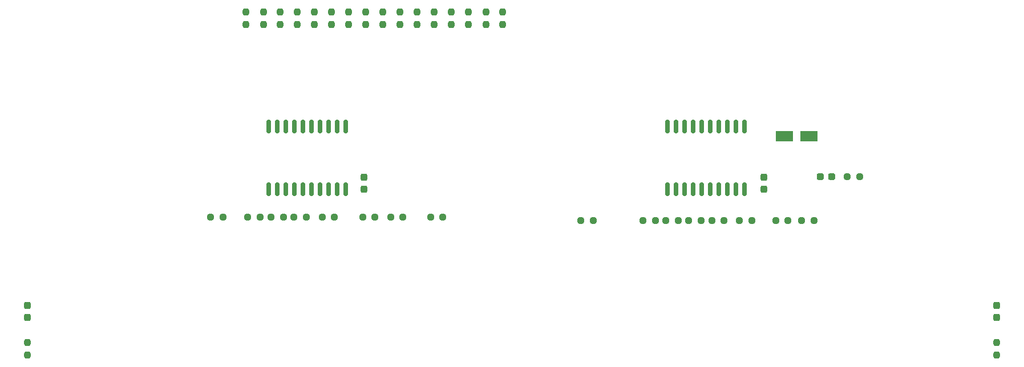
<source format=gbr>
G04 #@! TF.GenerationSoftware,KiCad,Pcbnew,(6.0.5)*
G04 #@! TF.CreationDate,2022-06-05T02:02:10-04:00*
G04 #@! TF.ProjectId,PB_16,50425f31-362e-46b6-9963-61645f706362,v1*
G04 #@! TF.SameCoordinates,Original*
G04 #@! TF.FileFunction,Paste,Top*
G04 #@! TF.FilePolarity,Positive*
%FSLAX46Y46*%
G04 Gerber Fmt 4.6, Leading zero omitted, Abs format (unit mm)*
G04 Created by KiCad (PCBNEW (6.0.5)) date 2022-06-05 02:02:10*
%MOMM*%
%LPD*%
G01*
G04 APERTURE LIST*
G04 Aperture macros list*
%AMRoundRect*
0 Rectangle with rounded corners*
0 $1 Rounding radius*
0 $2 $3 $4 $5 $6 $7 $8 $9 X,Y pos of 4 corners*
0 Add a 4 corners polygon primitive as box body*
4,1,4,$2,$3,$4,$5,$6,$7,$8,$9,$2,$3,0*
0 Add four circle primitives for the rounded corners*
1,1,$1+$1,$2,$3*
1,1,$1+$1,$4,$5*
1,1,$1+$1,$6,$7*
1,1,$1+$1,$8,$9*
0 Add four rect primitives between the rounded corners*
20,1,$1+$1,$2,$3,$4,$5,0*
20,1,$1+$1,$4,$5,$6,$7,0*
20,1,$1+$1,$6,$7,$8,$9,0*
20,1,$1+$1,$8,$9,$2,$3,0*%
G04 Aperture macros list end*
%ADD10RoundRect,0.237500X0.250000X0.237500X-0.250000X0.237500X-0.250000X-0.237500X0.250000X-0.237500X0*%
%ADD11RoundRect,0.237500X-0.237500X0.250000X-0.237500X-0.250000X0.237500X-0.250000X0.237500X0.250000X0*%
%ADD12RoundRect,0.237500X0.287500X0.237500X-0.287500X0.237500X-0.287500X-0.237500X0.287500X-0.237500X0*%
%ADD13RoundRect,0.237500X-0.237500X0.287500X-0.237500X-0.287500X0.237500X-0.287500X0.237500X0.287500X0*%
%ADD14RoundRect,0.237500X0.237500X-0.300000X0.237500X0.300000X-0.237500X0.300000X-0.237500X-0.300000X0*%
%ADD15RoundRect,0.237500X0.237500X-0.250000X0.237500X0.250000X-0.237500X0.250000X-0.237500X-0.250000X0*%
%ADD16RoundRect,0.237500X-0.250000X-0.237500X0.250000X-0.237500X0.250000X0.237500X-0.250000X0.237500X0*%
%ADD17RoundRect,0.150000X-0.150000X0.875000X-0.150000X-0.875000X0.150000X-0.875000X0.150000X0.875000X0*%
%ADD18RoundRect,0.250000X-1.050000X-0.550000X1.050000X-0.550000X1.050000X0.550000X-1.050000X0.550000X0*%
G04 APERTURE END LIST*
D10*
X194278500Y-102807800D03*
X196103500Y-102807800D03*
D11*
X216401000Y-127479500D03*
X216401000Y-129304500D03*
X72601000Y-127479500D03*
X72601000Y-129304500D03*
D12*
X191976000Y-102817800D03*
X190226000Y-102817800D03*
D13*
X216401000Y-121956000D03*
X216401000Y-123706000D03*
X72601000Y-121956000D03*
X72601000Y-123706000D03*
D14*
X181901000Y-104660300D03*
X181901000Y-102935300D03*
X122501000Y-104640300D03*
X122501000Y-102915300D03*
D15*
X143131000Y-80190300D03*
X143131000Y-78365300D03*
X140611000Y-80190300D03*
X140611000Y-78365300D03*
X138041000Y-80190300D03*
X138041000Y-78365300D03*
X135481000Y-80190300D03*
X135481000Y-78365300D03*
X132961000Y-80190300D03*
X132961000Y-78365300D03*
X130421000Y-78365300D03*
X130421000Y-80190300D03*
X127881000Y-80190300D03*
X127881000Y-78365300D03*
X125341000Y-80190300D03*
X125341000Y-78365300D03*
X122811000Y-80190300D03*
X122811000Y-78365300D03*
X120241000Y-80190300D03*
X120241000Y-78365300D03*
X117721000Y-80190300D03*
X117721000Y-78365300D03*
X115161000Y-80190300D03*
X115161000Y-78365300D03*
X112641000Y-80190300D03*
X112641000Y-78365300D03*
X110081000Y-78365300D03*
X110081000Y-80190300D03*
X107591000Y-80190300D03*
X107591000Y-78365300D03*
X105031000Y-80190300D03*
X105031000Y-78365300D03*
D16*
X187488500Y-109317800D03*
X189313500Y-109317800D03*
X183638500Y-109317800D03*
X185463500Y-109317800D03*
X178238500Y-109367800D03*
X180063500Y-109367800D03*
X174138500Y-109367800D03*
X175963500Y-109367800D03*
X170738500Y-109367800D03*
X172563500Y-109367800D03*
D10*
X169163500Y-109367800D03*
X167338500Y-109367800D03*
X165763500Y-109367800D03*
X163938500Y-109367800D03*
X156563500Y-109317800D03*
X154738500Y-109317800D03*
D16*
X134213500Y-108817800D03*
X132388500Y-108817800D03*
X128303500Y-108817800D03*
X126478500Y-108817800D03*
X124163500Y-108817800D03*
X122338500Y-108817800D03*
X116318500Y-108817800D03*
X118143500Y-108817800D03*
X113963500Y-108817800D03*
X112138500Y-108817800D03*
D10*
X110563500Y-108817800D03*
X108738500Y-108817800D03*
X105248500Y-108817800D03*
X107073500Y-108817800D03*
X101603500Y-108817800D03*
X99778500Y-108817800D03*
D17*
X179016000Y-95367800D03*
X177746000Y-95367800D03*
X176476000Y-95367800D03*
X175206000Y-95367800D03*
X173936000Y-95367800D03*
X172666000Y-95367800D03*
X171396000Y-95367800D03*
X170126000Y-95367800D03*
X168856000Y-95367800D03*
X167586000Y-95367800D03*
X167586000Y-104667800D03*
X168856000Y-104667800D03*
X170126000Y-104667800D03*
X171396000Y-104667800D03*
X172666000Y-104667800D03*
X173936000Y-104667800D03*
X175206000Y-104667800D03*
X176476000Y-104667800D03*
X177746000Y-104667800D03*
X179016000Y-104667800D03*
X119816000Y-95367800D03*
X118546000Y-95367800D03*
X117276000Y-95367800D03*
X116006000Y-95367800D03*
X114736000Y-95367800D03*
X113466000Y-95367800D03*
X112196000Y-95367800D03*
X110926000Y-95367800D03*
X109656000Y-95367800D03*
X108386000Y-95367800D03*
X108386000Y-104667800D03*
X109656000Y-104667800D03*
X110926000Y-104667800D03*
X112196000Y-104667800D03*
X113466000Y-104667800D03*
X114736000Y-104667800D03*
X116006000Y-104667800D03*
X117276000Y-104667800D03*
X118546000Y-104667800D03*
X119816000Y-104667800D03*
D18*
X184951000Y-96817800D03*
X188551000Y-96817800D03*
M02*

</source>
